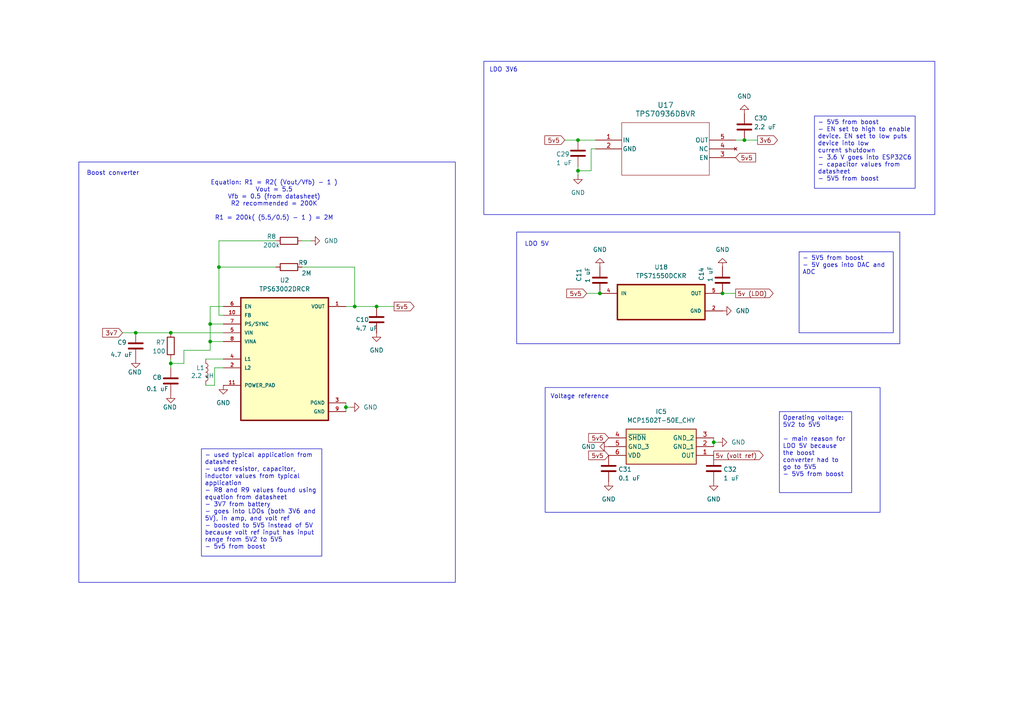
<source format=kicad_sch>
(kicad_sch (version 20231120) (generator "eeschema") (generator_version "8.0")
  (paper "A4")
  (lib_symbols
    (symbol "21xt_symbols:MCP1501T-50E_CHY"
      (property "Reference" "IC" (at 26.67 7.62 0))
      (property "Value" "MCP1501T-50E_CHY" (at 26.67 5.08 0))
      (symbol "MCP1501T-50E_CHY_1_1"
        (rectangle (start 5.08 2.54) (end 25.4 -7.62) (stroke (width 0.254)) (fill (type background)))
        (pin passive line (at 0 0 0) (length 5.08) (name "OUT") (number "1"))
        (pin passive line (at 0 -2.54 0) (length 5.08) (name "GND_1") (number "2"))
        (pin passive line (at 0 -5.08 0) (length 5.08) (name "GND_2") (number "3"))
        (pin passive line (at 30.48 -5.08 180) (length 5.08) (name "~{SHDN}") (number "4"))
        (pin passive line (at 30.48 -2.54 180) (length 5.08) (name "GND_3") (number "5"))
        (pin passive line (at 30.48 0 180) (length 5.08) (name "VDD") (number "6"))
      )
    )
    (symbol "Device:C" (pin_numbers hide) (pin_names (offset 0.254))
      (property "Reference" "C" (at 0.635 2.54 0))
      (property "Value" "C" (at 0.635 -2.54 0))
      (symbol "C_0_1"
        (polyline (pts (xy -2.032 -0.762) (xy 2.032 -0.762)) (stroke (width 0.508)))
        (polyline (pts (xy -2.032 0.762) (xy 2.032 0.762)) (stroke (width 0.508)))
      )
      (symbol "C_1_1"
        (pin passive line (at 0 3.81 270) (length 2.794) (name "~") (number "1"))
        (pin passive line (at 0 -3.81 90) (length 2.794) (name "~") (number "2"))
      )
    )
    (symbol "Device:L" (pin_numbers hide) (pin_names (offset 1.016) hide)
      (property "Reference" "L" (at -1.27 0 90))
      (property "Value" "L" (at 1.905 0 90))
      (symbol "L_0_1"
        (arc (start 0 -2.54) (mid 0.6323 -1.905) (end 0 -1.27))
        (arc (start 0 -1.27) (mid 0.6323 -0.635) (end 0 0))
        (arc (start 0 0) (mid 0.6323 0.635) (end 0 1.27))
        (arc (start 0 1.27) (mid 0.6323 1.905) (end 0 2.54))
      )
      (symbol "L_1_1"
        (pin passive line (at 0 3.81 270) (length 1.27) (name "1") (number "1"))
        (pin passive line (at 0 -3.81 90) (length 1.27) (name "2") (number "2"))
      )
    )
    (symbol "Device:R" (pin_numbers hide) (pin_names (offset 0))
      (property "Reference" "R" (at 2.032 0 90))
      (property "Value" "R" (at 0 0 90))
      (symbol "R_0_1"
        (rectangle (start -1.016 -2.54) (end 1.016 2.54) (stroke (width 0.254)))
      )
      (symbol "R_1_1"
        (pin passive line (at 0 3.81 270) (length 1.27) (name "~") (number "1"))
        (pin passive line (at 0 -3.81 90) (length 1.27) (name "~") (number "2"))
      )
    )
    (symbol "power:GND" (power) (pin_numbers hide) (pin_names (offset 0) hide)
      (property "Value" "GND" (at 0 -3.81 0))
      (symbol "GND_0_1"
        (polyline (pts (xy 0 0) (xy 0 -1.27) (xy 1.27 -1.27) (xy 0 -2.54) (xy -1.27 -1.27) (xy 0 -1.27)))
      )
      (symbol "GND_1_1"
        (pin power_in line (at 0 0 270) (length 0) (name "~") (number "1"))
      )
    )
    (symbol "wsg sym lib:TPS63002DRCR" (pin_names (offset 1.016))
      (property "Reference" "U" (at -12.7 18.78 0))
      (property "Value" "TPS63002DRCR" (at -12.7 -21.78 0))
      (symbol "TPS63002DRCR_0_0"
        (rectangle (start -12.7 -17.78) (end 12.7 17.78) (stroke (width 0.41)) (fill (type background)))
        (pin output line (at 17.78 15.24 180) (length 5.08) (name "VOUT") (number "1"))
        (pin input line (at -17.78 12.7 0) (length 5.08) (name "FB") (number "10"))
        (pin bidirectional line (at -17.78 -7.62 0) (length 5.08) (name "POWER_PAD") (number "11"))
        (pin bidirectional line (at -17.78 -2.54 0) (length 5.08) (name "L2") (number "2"))
        (pin power_in line (at 17.78 -12.7 180) (length 5.08) (name "PGND") (number "3"))
        (pin bidirectional line (at -17.78 0 0) (length 5.08) (name "L1") (number "4"))
        (pin input line (at -17.78 7.62 0) (length 5.08) (name "VIN") (number "5"))
        (pin input line (at -17.78 15.24 0) (length 5.08) (name "EN") (number "6"))
        (pin input line (at -17.78 10.16 0) (length 5.08) (name "PS/SYNC") (number "7"))
        (pin input line (at -17.78 5.08 0) (length 5.08) (name "VINA") (number "8"))
        (pin power_in line (at 17.78 -15.24 180) (length 5.08) (name "GND") (number "9"))
      )
    )
    (symbol "wsg sym lib:TPS70936DBVR" (pin_names (offset 0.254))
      (property "Reference" "U" (at 20.32 10.16 0))
      (property "Value" "TPS70936DBVR" (at 20.32 7.62 0))
      (symbol "TPS70936DBVR_0_1"
        (polyline (pts (xy 7.62 -10.16) (xy 33.02 -10.16)) (stroke (width 0.127)))
        (polyline (pts (xy 7.62 5.08) (xy 7.62 -10.16)) (stroke (width 0.127)))
        (polyline (pts (xy 33.02 -10.16) (xy 33.02 5.08)) (stroke (width 0.127)))
        (polyline (pts (xy 33.02 5.08) (xy 7.62 5.08)) (stroke (width 0.127)))
        (pin input line (at 0 0 0) (length 7.62) (name "IN") (number "1"))
        (pin power_in line (at 0 -2.54 0) (length 7.62) (name "GND") (number "2"))
        (pin input line (at 40.64 -5.08 180) (length 7.62) (name "EN") (number "3"))
        (pin no_connect line (at 40.64 -2.54 180) (length 7.62) (name "NC") (number "4"))
        (pin output line (at 40.64 0 180) (length 7.62) (name "OUT") (number "5"))
      )
    )
    (symbol "wsg sym lib:TPS71550DCKR" (pin_names (offset 1.016))
      (property "Reference" "U" (at -12.7 6.08 0))
      (property "Value" "TPS71550DCKR" (at -12.7 -9.08 0))
      (symbol "TPS71550DCKR_0_0"
        (rectangle (start -12.7 -5.08) (end 12.7 5.08) (stroke (width 0.41)) (fill (type background)))
        (pin power_in line (at 17.78 -2.54 180) (length 5.08) (name "GND") (number "2"))
        (pin input line (at -17.78 2.54 0) (length 5.08) (name "IN") (number "4"))
        (pin output line (at 17.78 2.54 180) (length 5.08) (name "OUT") (number "5"))
      )
    )
  )
  (junction (at 209.55 85.09))
  (junction (at 60.96 99.06))
  (junction (at 109.22 88.9))
  (junction (at 173.99 85.09))
  (junction (at 49.53 105.41))
  (junction (at 215.9 40.64))
  (junction (at 100.33 118.11))
  (junction (at 207.01 128.27))
  (junction (at 39.37 96.52))
  (junction (at 63.5 77.47))
  (junction (at 167.64 40.64))
  (junction (at 102.87 88.9))
  (junction (at 49.53 96.52))
  (junction (at 60.96 93.98))
  (junction (at 167.64 49.53))
  (wire (pts (xy 63.5 69.85) (xy 63.5 77.47)))
  (wire (pts (xy 64.77 91.44) (xy 63.5 91.44)))
  (wire (pts (xy 39.37 96.52) (xy 49.53 96.52)))
  (wire (pts (xy 219.71 40.64) (xy 215.9 40.64)))
  (wire (pts (xy 62.23 106.68) (xy 64.77 106.68)))
  (wire (pts (xy 215.9 40.64) (xy 213.36 40.64)))
  (wire (pts (xy 60.96 99.06) (xy 60.96 101.6)))
  (wire (pts (xy 102.87 88.9) (xy 109.22 88.9)))
  (wire (pts (xy 64.77 88.9) (xy 60.96 88.9)))
  (wire (pts (xy 100.33 118.11) (xy 100.33 119.38)))
  (wire (pts (xy 170.18 85.09) (xy 173.99 85.09)))
  (wire (pts (xy 60.96 99.06) (xy 64.77 99.06)))
  (wire (pts (xy 80.01 77.47) (xy 63.5 77.47)))
  (wire (pts (xy 100.33 116.84) (xy 100.33 118.11)))
  (wire (pts (xy 100.33 118.11) (xy 101.6 118.11)))
  (wire (pts (xy 172.72 43.18) (xy 171.45 43.18)))
  (wire (pts (xy 207.01 128.27) (xy 208.28 128.27)))
  (wire (pts (xy 102.87 77.47) (xy 102.87 88.9)))
  (wire (pts (xy 60.96 101.6) (xy 53.34 101.6)))
  (wire (pts (xy 207.01 127) (xy 207.01 128.27)))
  (wire (pts (xy 87.63 77.47) (xy 102.87 77.47)))
  (wire (pts (xy 109.22 88.9) (xy 114.3 88.9)))
  (wire (pts (xy 49.53 104.14) (xy 49.53 105.41)))
  (wire (pts (xy 207.01 128.27) (xy 207.01 129.54)))
  (wire (pts (xy 60.96 93.98) (xy 64.77 93.98)))
  (wire (pts (xy 62.23 111.76) (xy 59.69 111.76)))
  (wire (pts (xy 59.69 104.14) (xy 64.77 104.14)))
  (wire (pts (xy 167.64 50.8) (xy 167.64 49.53)))
  (wire (pts (xy 35.56 96.52) (xy 39.37 96.52)))
  (wire (pts (xy 80.01 69.85) (xy 63.5 69.85)))
  (wire (pts (xy 87.63 69.85) (xy 90.17 69.85)))
  (wire (pts (xy 209.55 85.09) (xy 213.36 85.09)))
  (wire (pts (xy 49.53 105.41) (xy 49.53 106.68)))
  (wire (pts (xy 62.23 106.68) (xy 62.23 111.76)))
  (wire (pts (xy 102.87 88.9) (xy 100.33 88.9)))
  (wire (pts (xy 49.53 96.52) (xy 64.77 96.52)))
  (wire (pts (xy 171.45 43.18) (xy 171.45 49.53)))
  (wire (pts (xy 53.34 105.41) (xy 49.53 105.41)))
  (wire (pts (xy 167.64 40.64) (xy 172.72 40.64)))
  (wire (pts (xy 163.83 40.64) (xy 167.64 40.64)))
  (wire (pts (xy 167.64 49.53) (xy 167.64 48.26)))
  (wire (pts (xy 171.45 49.53) (xy 167.64 49.53)))
  (wire (pts (xy 60.96 93.98) (xy 60.96 99.06)))
  (wire (pts (xy 53.34 101.6) (xy 53.34 105.41)))
  (wire (pts (xy 63.5 77.47) (xy 63.5 91.44)))
  (wire (pts (xy 60.96 88.9) (xy 60.96 93.98)))
  (rectangle (start 22.86 46.99) (end 132.08 168.91))
  (rectangle (start 158.115 112.395) (end 255.27 148.59))
  (rectangle (start 140.335 17.78) (end 271.145 62.23))
  (rectangle (start 149.86 67.31) (end 260.985 99.695))
  (text_box "- 5V5 from boost\n- EN set to high to enable device. EN set to low puts device into low\ncurrent shutdown\n- 3.6 V goes into ESP32C6\n- capacitor values from datasheet\n- 5V5 from boost" (at 236.22 33.655 0) (size 29.21 20.955) (effects (font (size 1.27 1.27)) (justify left top)))
  (text_box "Operating voltage: 5V2 to 5V5\n\n- main reason for LDO 5V because the boost converter had to go to 5V5\n- 5V5 from boost" (at 226.06 119.38 0) (size 20.955 23.495) (effects (font (size 1.27 1.27)) (justify left top)))
  (text_box "- 5V5 from boost\n- 5V goes into DAC and ADC" (at 231.775 73.025 0) (size 27.305 23.495) (effects (font (size 1.27 1.27)) (justify left top)))
  (text_box "- used typical application from datasheet\n- used resistor, capacitor, inductor values from typical application\n- R8 and R9 values found using equation from datasheet\n- 3V7 from battery\n- goes into LDOs (both 3V6 and 5V), in amp, and volt ref\n- boosted to 5V5 instead of 5V because volt ref input has input\nrange from 5V2 to 5V5\n- 5v5 from boost" (at 58.42 130.175 0) (size 34.925 31.115) (effects (font (size 1.27 1.27)) (justify left top)))
  (text "Boost converter" (at 32.766 50.292 0) (effects (font (size 1.27 1.27))))
  (text "LDO 5V" (at 155.702 70.866 0) (effects (font (size 1.27 1.27))))
  (text "LDO 3V6" (at 146.05 20.32 0) (effects (font (size 1.27 1.27))))
  (text "Equation: R1 = R2( (Vout/Vfb) - 1 )\nVout = 5.5\nVfb = 0.5 (from datasheet)\nR2 recommended = 200K\n\nR1 = 200k( (5.5/0.5) - 1 ) = 2M" (at 79.502 58.166 0) (effects (font (size 1.27 1.27))))
  (text "Voltage reference" (at 168.148 115.062 0) (effects (font (size 1.27 1.27))))
  (global_label "5v5" (shape input) (at 176.53 132.08 180) (property "Intersheetrefs" "${INTERSHEET_REFS}" (effects (hide yes))))
  (global_label "5v5" (shape input) (at 176.53 127 180) (property "Intersheetrefs" "${INTERSHEET_REFS}" (effects (hide yes))))
  (global_label "5v5" (shape output) (at 114.3 88.9 0) (property "Intersheetrefs" "${INTERSHEET_REFS}" (effects (hide yes))))
  (global_label "5v5" (shape input) (at 170.18 85.09 180) (property "Intersheetrefs" "${INTERSHEET_REFS}" (effects (hide yes))))
  (global_label "3v6" (shape output) (at 219.71 40.64 0) (property "Intersheetrefs" "${INTERSHEET_REFS}" (effects (hide yes))))
  (global_label "5v5" (shape input) (at 213.36 45.72 0) (property "Intersheetrefs" "${INTERSHEET_REFS}" (effects (hide yes))))
  (global_label "3v7" (shape input) (at 35.56 96.52 180) (property "Intersheetrefs" "${INTERSHEET_REFS}" (effects (hide yes))))
  (global_label "5v (LDO)" (shape output) (at 213.36 85.09 0) (property "Intersheetrefs" "${INTERSHEET_REFS}" (effects (hide yes))))
  (global_label "5v (volt ref)" (shape output) (at 207.01 132.08 0) (property "Intersheetrefs" "${INTERSHEET_REFS}" (effects (hide yes))))
  (global_label "5v5" (shape input) (at 163.83 40.64 180) (property "Intersheetrefs" "${INTERSHEET_REFS}" (effects (hide yes))))
  (symbol (lib_id "wsg sym lib:TPS71550DCKR") (at 191.77 87.63 0) (unit 1)
    (property "Reference" "U18" (at 191.77 77.47 0))
    (property "Value" "TPS71550DCKR" (at 191.77 80.01 0))
    (property "Footprint" "TPS71550DCKR:SOT65P210X110-5N" (effects (hide yes)))
  )
  (symbol (lib_id "power:GND") (at 90.17 69.85 90) (unit 1)
    (property "Reference" "#PWR018" (effects (hide yes)))
    (property "Value" "GND" (at 93.98 69.8499 90) (effects (justify right)))
    (property "Description" "Power symbol creates a global label with name \"GND\" , ground" (effects (hide yes)))
  )
  (symbol (lib_id "power:GND") (at 207.01 139.7 0) (unit 1)
    (property "Reference" "#PWR062" (effects (hide yes)))
    (property "Value" "GND" (at 207.01 144.78 0))
    (property "Description" "Power symbol creates a global label with name \"GND\" , ground" (effects (hide yes)))
  )
  (symbol (lib_id "power:GND") (at 209.55 90.17 90) (unit 1)
    (property "Reference" "#PWR057" (effects (hide yes)))
    (property "Value" "GND" (at 213.36 90.1699 90) (effects (justify right)))
    (property "Description" "Power symbol creates a global label with name \"GND\" , ground" (effects (hide yes)))
  )
  (symbol (lib_id "power:GND") (at 209.55 77.47 180) (unit 1)
    (property "Reference" "#PWR063" (effects (hide yes)))
    (property "Value" "GND" (at 209.55 72.39 0))
    (property "Description" "Power symbol creates a global label with name \"GND\" , ground" (effects (hide yes)))
  )
  (symbol (lib_id "Device:R") (at 83.82 77.47 90) (unit 1)
    (property "Reference" "R9" (at 87.884 76.2 90))
    (property "Value" "2M" (at 88.9 79.248 90))
    (property "Description" "Resistor" (effects (hide yes)))
  )
  (symbol (lib_id "power:GND") (at 64.77 111.76 0) (unit 1)
    (property "Reference" "#PWR06" (effects (hide yes)))
    (property "Value" "GND" (at 64.77 116.84 0))
    (property "Description" "Power symbol creates a global label with name \"GND\" , ground" (effects (hide yes)))
  )
  (symbol (lib_id "power:GND") (at 101.6 118.11 90) (unit 1)
    (property "Reference" "#PWR05" (effects (hide yes)))
    (property "Value" "GND" (at 105.41 118.1099 90) (effects (justify right)))
    (property "Description" "Power symbol creates a global label with name \"GND\" , ground" (effects (hide yes)))
  )
  (symbol (lib_id "Device:C") (at 173.99 81.28 180) (unit 1)
    (property "Reference" "C11" (at 167.894 79.756 90))
    (property "Value" "1 uF" (at 170.434 79.756 90))
    (property "Description" "Unpolarized capacitor" (effects (hide yes)))
  )
  (symbol (lib_id "Device:R") (at 83.82 69.85 90) (unit 1)
    (property "Reference" "R8" (at 78.74 68.58 90))
    (property "Value" "200k" (at 78.74 71.12 90))
    (property "Description" "Resistor" (effects (hide yes)))
  )
  (symbol (lib_id "power:GND") (at 173.99 77.47 180) (unit 1)
    (property "Reference" "#PWR064" (effects (hide yes)))
    (property "Value" "GND" (at 173.99 72.39 0))
    (property "Description" "Power symbol creates a global label with name \"GND\" , ground" (effects (hide yes)))
  )
  (symbol (lib_id "power:GND") (at 176.53 129.54 270) (unit 1)
    (property "Reference" "#PWR010" (effects (hide yes)))
    (property "Value" "GND" (at 172.72 129.5399 90) (effects (justify right)))
    (property "Description" "Power symbol creates a global label with name \"GND\" , ground" (effects (hide yes)))
  )
  (symbol (lib_id "Device:C") (at 207.01 135.89 0) (unit 1)
    (property "Reference" "C32" (at 209.804 136.144 0) (effects (justify left)))
    (property "Value" "1 uF" (at 209.804 138.684 0) (effects (justify left)))
    (property "Description" "Unpolarized capacitor" (effects (hide yes)))
  )
  (symbol (lib_id "power:GND") (at 215.9 33.02 180) (unit 1)
    (property "Reference" "#PWR058" (effects (hide yes)))
    (property "Value" "GND" (at 215.9 27.94 0))
    (property "Description" "Power symbol creates a global label with name \"GND\" , ground" (effects (hide yes)))
  )
  (symbol (lib_id "Device:L") (at 59.69 107.95 0) (unit 1)
    (property "Reference" "L1" (at 56.896 106.68 0) (effects (justify left)))
    (property "Value" "2.2 uH" (at 55.372 108.966 0) (effects (justify left)))
    (property "Description" "Inductor" (effects (hide yes)))
  )
  (symbol (lib_id "Device:C") (at 49.53 110.49 0) (unit 1)
    (property "Reference" "C8" (at 44.196 109.474 0) (effects (justify left)))
    (property "Value" "0.1 uF" (at 42.418 112.776 0) (effects (justify left)))
    (property "Description" "Unpolarized capacitor" (effects (hide yes)))
  )
  (symbol (lib_id "power:GND") (at 167.64 50.8 0) (unit 1)
    (property "Reference" "#PWR055" (effects (hide yes)))
    (property "Value" "GND" (at 167.64 55.88 0))
    (property "Description" "Power symbol creates a global label with name \"GND\" , ground" (effects (hide yes)))
  )
  (symbol (lib_id "Device:C") (at 39.37 100.33 0) (unit 1)
    (property "Reference" "C9" (at 34.036 99.314 0) (effects (justify left)))
    (property "Value" "4.7 uF" (at 32.004 102.87 0) (effects (justify left)))
    (property "Description" "Unpolarized capacitor" (effects (hide yes)))
  )
  (symbol (lib_id "Device:C") (at 176.53 135.89 0) (unit 1)
    (property "Reference" "C31" (at 179.324 136.144 0) (effects (justify left)))
    (property "Value" "0.1 uF" (at 179.324 138.684 0) (effects (justify left)))
    (property "Description" "Unpolarized capacitor" (effects (hide yes)))
  )
  (symbol (lib_id "power:GND") (at 49.53 114.3 0) (unit 1)
    (property "Reference" "#PWR021" (effects (hide yes)))
    (property "Value" "GND" (at 49.276 118.11 0))
    (property "Description" "Power symbol creates a global label with name \"GND\" , ground" (effects (hide yes)))
  )
  (symbol (lib_id "Device:C") (at 167.64 44.45 0) (unit 1)
    (property "Reference" "C29" (at 161.29 44.704 0) (effects (justify left)))
    (property "Value" "1 uF" (at 161.29 47.244 0) (effects (justify left)))
    (property "Description" "Unpolarized capacitor" (effects (hide yes)))
  )
  (symbol (lib_id "power:GND") (at 208.28 128.27 90) (unit 1)
    (property "Reference" "#PWR019" (effects (hide yes)))
    (property "Value" "GND" (at 212.09 128.2699 90) (effects (justify right)))
    (property "Description" "Power symbol creates a global label with name \"GND\" , ground" (effects (hide yes)))
  )
  (symbol (lib_id "Device:R") (at 49.53 100.33 0) (unit 1)
    (property "Reference" "R7" (at 45.212 99.314 0) (effects (justify left)))
    (property "Value" "100" (at 44.196 101.854 0) (effects (justify left)))
    (property "Description" "Resistor" (effects (hide yes)))
  )
  (symbol (lib_id "Device:C") (at 109.22 92.71 0) (unit 1)
    (property "Reference" "C10" (at 103.124 92.71 0) (effects (justify left)))
    (property "Value" "4.7 uF" (at 103.124 95.25 0) (effects (justify left)))
    (property "Description" "Unpolarized capacitor" (effects (hide yes)))
  )
  (symbol (lib_id "21xt_symbols:MCP1501T-50E_CHY") (at 207.01 132.08 180) (unit 1)
    (property "Reference" "IC5" (at 191.77 119.38 0))
    (property "Value" "MCP1502T-50E_CHY" (at 191.77 121.92 0))
    (property "Footprint" "21xt_footprints:SOT95P280X145-6N" (effects (hide yes)))
    (property "Datasheet" "https://ww1.microchip.com/downloads/aemDocuments/documents/MSLD/ProductDocuments/DataSheets/MCP1501-Data-Sheet-DS20005474F.pdf" (effects (hide yes)))
    (property "Description" "Series Voltage Reference IC Fixed 5V V +/-0.1% 20 mA SOT-23-6" (effects (hide yes)))
    (property "Height" "1.45" (effects (hide yes)))
    (property "Mouser Part Number" "579-MCP1501T-50E/CHY" (effects (hide yes)))
    (property "Mouser Price/Stock" "https://www.mouser.co.uk/ProductDetail/Microchip-Technology/MCP1501T-50E-CHY?qs=Li%252BoUPsLEnt6h%2FnXwes%252BxQ%3D%3D" (effects (hide yes)))
    (property "Manufacturer_Name" "Microchip" (effects (hide yes)))
    (property "Manufacturer_Part_Number" "MCP1501T-50E/CHY" (effects (hide yes)))
  )
  (symbol (lib_id "power:GND") (at 109.22 96.52 0) (unit 1)
    (property "Reference" "#PWR023" (effects (hide yes)))
    (property "Value" "GND" (at 109.22 101.6 0))
    (property "Description" "Power symbol creates a global label with name \"GND\" , ground" (effects (hide yes)))
  )
  (symbol (lib_id "Device:C") (at 209.55 81.28 180) (unit 1)
    (property "Reference" "C14" (at 203.454 79.502 90))
    (property "Value" "1 uF" (at 205.994 79.502 90))
    (property "Description" "Unpolarized capacitor" (effects (hide yes)))
  )
  (symbol (lib_id "wsg sym lib:TPS70936DBVR") (at 172.72 40.64 0) (unit 1)
    (property "Reference" "U17" (at 193.04 30.48 0) (effects (font (size 1.524 1.524))))
    (property "Value" "TPS70936DBVR" (at 193.04 33.02 0) (effects (font (size 1.524 1.524))))
    (property "Footprint" "DBV5_TEX" (effects (hide yes)))
    (property "Datasheet" "https://www.ti.com/lit/gpn/tps709" (effects (hide yes)))
  )
  (symbol (lib_id "Device:C") (at 215.9 36.83 0) (unit 1)
    (property "Reference" "C30" (at 218.694 34.29 0) (effects (justify left)))
    (property "Value" "2.2 uF" (at 218.694 36.83 0) (effects (justify left)))
    (property "Description" "Unpolarized capacitor" (effects (hide yes)))
  )
  (symbol (lib_id "power:GND") (at 176.53 139.7 0) (unit 1)
    (property "Reference" "#PWR012" (effects (hide yes)))
    (property "Value" "GND" (at 176.53 144.78 0))
    (property "Description" "Power symbol creates a global label with name \"GND\" , ground" (effects (hide yes)))
  )
  (symbol (lib_id "wsg sym lib:TPS63002DRCR") (at 82.55 104.14 0) (unit 1)
    (property "Reference" "U2" (at 82.55 81.28 0))
    (property "Value" "TPS63002DRCR" (at 82.55 83.82 0))
    (property "Footprint" "TPS63002DRCR:VREG_V62_16624-01YE" (effects (hide yes)))
  )
  (symbol (lib_id "power:GND") (at 39.37 104.14 0) (unit 1)
    (property "Reference" "#PWR022" (effects (hide yes)))
    (property "Value" "GND" (at 39.116 107.95 0))
    (property "Description" "Power symbol creates a global label with name \"GND\" , ground" (effects (hide yes)))
  )
)
</source>
